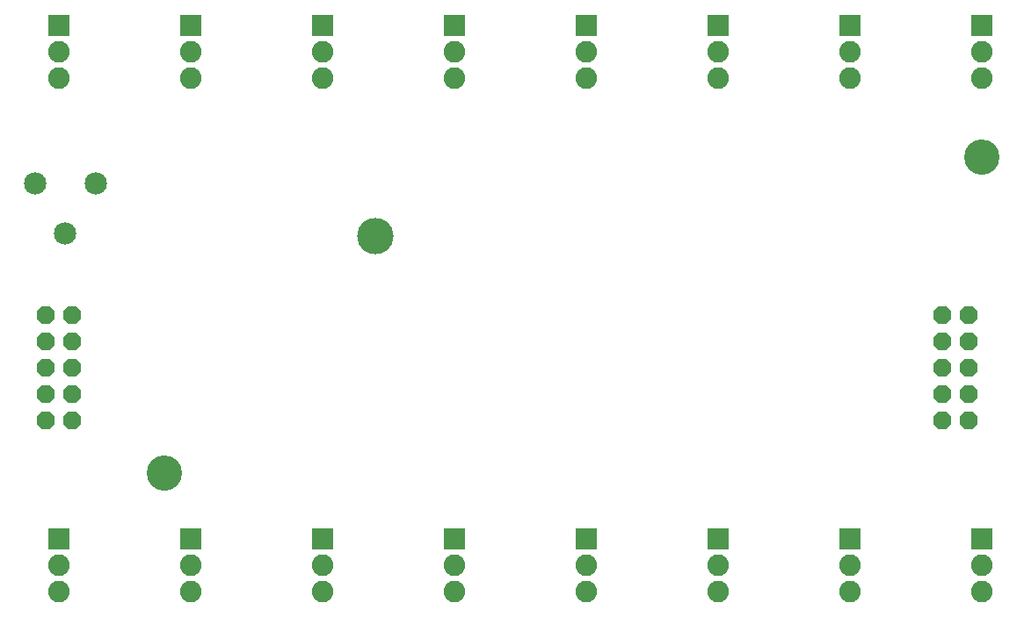
<source format=gbs>
G75*
%MOIN*%
%OFA0B0*%
%FSLAX25Y25*%
%IPPOS*%
%LPD*%
%AMOC8*
5,1,8,0,0,1.08239X$1,22.5*
%
%ADD10C,0.13398*%
%ADD11C,0.13800*%
%ADD12OC8,0.06800*%
%ADD13R,0.08200X0.08200*%
%ADD14C,0.08200*%
%ADD15C,0.08477*%
D10*
X0085000Y0071800D03*
X0395000Y0191800D03*
D11*
X0165000Y0161800D03*
D12*
X0050000Y0131800D03*
X0040000Y0131800D03*
X0040000Y0121800D03*
X0050000Y0121800D03*
X0050000Y0111800D03*
X0040000Y0111800D03*
X0040000Y0101800D03*
X0050000Y0101800D03*
X0050000Y0091800D03*
X0040000Y0091800D03*
X0380000Y0091800D03*
X0390000Y0091800D03*
X0390000Y0101800D03*
X0380000Y0101800D03*
X0380000Y0111800D03*
X0390000Y0111800D03*
X0390000Y0121800D03*
X0380000Y0121800D03*
X0380000Y0131800D03*
X0390000Y0131800D03*
D13*
X0395000Y0046800D03*
X0345000Y0046800D03*
X0295000Y0046800D03*
X0245000Y0046800D03*
X0195000Y0046800D03*
X0145000Y0046800D03*
X0095000Y0046800D03*
X0045000Y0046800D03*
X0045000Y0241800D03*
X0095000Y0241800D03*
X0145000Y0241800D03*
X0195000Y0241800D03*
X0245000Y0241800D03*
X0295000Y0241800D03*
X0345000Y0241800D03*
X0395000Y0241800D03*
D14*
X0045000Y0026800D03*
X0045000Y0036800D03*
X0095000Y0036800D03*
X0095000Y0026800D03*
X0145000Y0026800D03*
X0145000Y0036800D03*
X0195000Y0036800D03*
X0195000Y0026800D03*
X0245000Y0026800D03*
X0245000Y0036800D03*
X0295000Y0036800D03*
X0295000Y0026800D03*
X0345000Y0026800D03*
X0345000Y0036800D03*
X0395000Y0036800D03*
X0395000Y0026800D03*
X0395000Y0221800D03*
X0395000Y0231800D03*
X0345000Y0231800D03*
X0345000Y0221800D03*
X0295000Y0221800D03*
X0295000Y0231800D03*
X0245000Y0231800D03*
X0245000Y0221800D03*
X0195000Y0221800D03*
X0195000Y0231800D03*
X0145000Y0231800D03*
X0145000Y0221800D03*
X0095000Y0221800D03*
X0095000Y0231800D03*
X0045000Y0231800D03*
X0045000Y0221800D03*
D15*
X0036102Y0181800D03*
X0058937Y0181800D03*
X0047126Y0162902D03*
M02*

</source>
